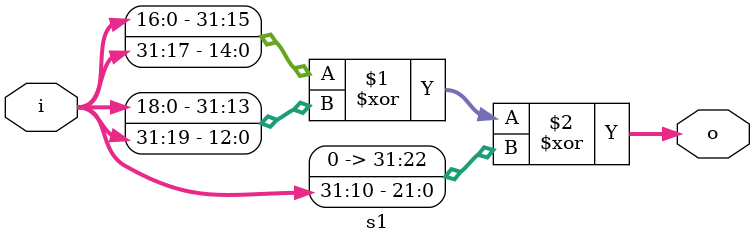
<source format=sv>

module s1(
	  input wire [31:0]  i,
	  output wire [31:0] o
	 );
   assign o = {i[16:0],i[31:17]}^{i[18:0],i[31:19]}^{10'b0,i[31:10]};

endmodule // m

</source>
